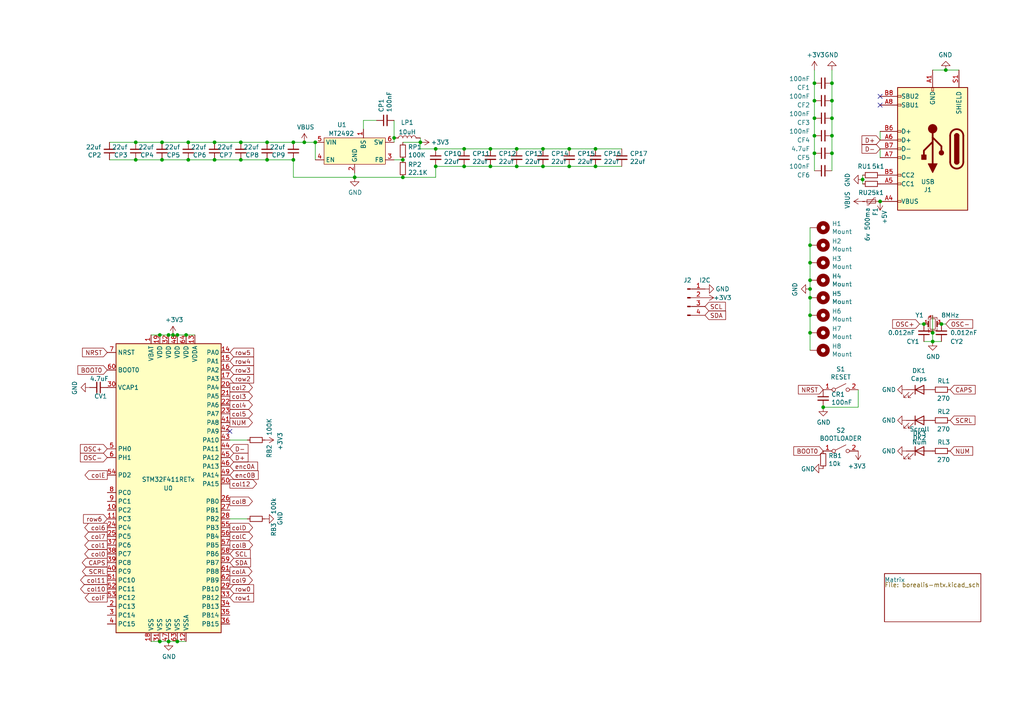
<source format=kicad_sch>
(kicad_sch (version 20211123) (generator eeschema)
  (paper "A4")
  (lib_symbols
    (symbol "Connector:Conn_01x04_Male" (pin_names (offset 1.016) hide)
      (property "Reference" "J" (at 0 5.08 0))
      (property "Value" "Conn_01x04_Male" (at 0 -7.62 0))
      (symbol "Conn_01x04_Male_1_1"
        (polyline (pts (xy 1.27 -5.08) (xy 0.8636 -5.08)) (stroke (width 0.1524)))
        (polyline (pts (xy 1.27 -2.54) (xy 0.8636 -2.54)) (stroke (width 0.1524)))
        (polyline (pts (xy 1.27 0) (xy 0.8636 0)) (stroke (width 0.1524)))
        (polyline (pts (xy 1.27 2.54) (xy 0.8636 2.54)) (stroke (width 0.1524)))
        (rectangle (start 0.8636 -4.953) (end 0 -5.207) (stroke (width 0.1524)) (fill (type outline)))
        (rectangle (start 0.8636 -2.413) (end 0 -2.667) (stroke (width 0.1524)) (fill (type outline)))
        (rectangle (start 0.8636 0.127) (end 0 -0.127) (stroke (width 0.1524)) (fill (type outline)))
        (rectangle (start 0.8636 2.667) (end 0 2.413) (stroke (width 0.1524)) (fill (type outline)))
        (pin passive line (at 5.08 2.54 180) (length 3.81) (name "Pin_1") (number "1"))
        (pin passive line (at 5.08 0 180) (length 3.81) (name "Pin_2") (number "2"))
        (pin passive line (at 5.08 -2.54 180) (length 3.81) (name "Pin_3") (number "3"))
        (pin passive line (at 5.08 -5.08 180) (length 3.81) (name "Pin_4") (number "4"))
      )
    )
    (symbol "Device:C_Small" (pin_numbers hide) (pin_names (offset 0.254) hide)
      (property "Reference" "C" (at 0.254 1.778 0))
      (property "Value" "Device_C_Small" (at 0.254 -2.032 0))
      (symbol "C_Small_0_1"
        (polyline (pts (xy -1.524 -0.508) (xy 1.524 -0.508)) (stroke (width 0.3302)))
        (polyline (pts (xy -1.524 0.508) (xy 1.524 0.508)) (stroke (width 0.3048)))
      )
      (symbol "C_Small_1_1"
        (pin passive line (at 0 2.54 270) (length 2.032) (name "~") (number "1"))
        (pin passive line (at 0 -2.54 90) (length 2.032) (name "~") (number "2"))
      )
    )
    (symbol "Device:Crystal_GND24_Small" (pin_names (offset 1.016) hide)
      (property "Reference" "Y" (at 1.27 4.445 0))
      (property "Value" "Crystal_GND24_Small" (at 1.27 2.54 0))
      (symbol "Crystal_GND24_Small_0_1"
        (rectangle (start -0.762 -1.524) (end 0.762 1.524))
        (polyline (pts (xy -1.27 -0.762) (xy -1.27 0.762)) (stroke (width 0.381)))
        (polyline (pts (xy 1.27 -0.762) (xy 1.27 0.762)) (stroke (width 0.381)))
        (polyline (pts (xy -1.27 -1.27) (xy -1.27 -1.905) (xy 1.27 -1.905) (xy 1.27 -1.27)))
        (polyline (pts (xy -1.27 1.27) (xy -1.27 1.905) (xy 1.27 1.905) (xy 1.27 1.27)))
      )
      (symbol "Crystal_GND24_Small_1_1"
        (pin passive line (at -2.54 0 0) (length 1.27) (name "1") (number "1"))
        (pin passive line (at 0 -2.54 90) (length 0.635) (name "2") (number "2"))
        (pin passive line (at 2.54 0 180) (length 1.27) (name "3") (number "3"))
        (pin passive line (at 0 2.54 270) (length 0.635) (name "4") (number "4"))
      )
    )
    (symbol "Device:L" (pin_numbers hide) (pin_names (offset 1.016) hide)
      (property "Reference" "L" (at -1.27 0 90))
      (property "Value" "L" (at 1.905 0 90))
      (symbol "L_0_1"
        (arc (start 0 -2.54) (mid 0.635 -1.905) (end 0 -1.27))
        (arc (start 0 -1.27) (mid 0.635 -0.635) (end 0 0))
        (arc (start 0 0) (mid 0.635 0.635) (end 0 1.27))
        (arc (start 0 1.27) (mid 0.635 1.905) (end 0 2.54))
      )
      (symbol "L_1_1"
        (pin passive line (at 0 3.81 270) (length 1.27) (name "1") (number "1"))
        (pin passive line (at 0 -3.81 90) (length 1.27) (name "2") (number "2"))
      )
    )
    (symbol "Device:LED" (pin_numbers hide) (pin_names (offset 1.016) hide)
      (property "Reference" "D" (at 0 2.54 0))
      (property "Value" "Device_LED" (at 0 -2.54 0))
      (symbol "LED_0_1"
        (polyline (pts (xy -1.27 -1.27) (xy -1.27 1.27)) (stroke (width 0.254)))
        (polyline (pts (xy -1.27 0) (xy 1.27 0)))
        (polyline (pts (xy 1.27 -1.27) (xy 1.27 1.27) (xy -1.27 0) (xy 1.27 -1.27)) (stroke (width 0.254)))
        (polyline (pts (xy -3.048 -0.762) (xy -4.572 -2.286) (xy -3.81 -2.286) (xy -4.572 -2.286) (xy -4.572 -1.524)))
        (polyline (pts (xy -1.778 -0.762) (xy -3.302 -2.286) (xy -2.54 -2.286) (xy -3.302 -2.286) (xy -3.302 -1.524)))
      )
      (symbol "LED_1_1"
        (pin passive line (at -3.81 0 0) (length 2.54) (name "K") (number "1"))
        (pin passive line (at 3.81 0 180) (length 2.54) (name "A") (number "2"))
      )
    )
    (symbol "Device:Polyfuse_Small" (pin_numbers hide) (pin_names (offset 0))
      (property "Reference" "F" (at -1.905 0 90))
      (property "Value" "Device_Polyfuse_Small" (at 1.905 0 90))
      (symbol "Polyfuse_Small_0_1"
        (rectangle (start -0.508 1.27) (end 0.508 -1.27))
        (polyline (pts (xy 0 2.54) (xy 0 -2.54)))
        (polyline (pts (xy -1.016 1.27) (xy -1.016 0.762) (xy 1.016 -0.762) (xy 1.016 -1.27)))
      )
      (symbol "Polyfuse_Small_1_1"
        (pin passive line (at 0 2.54 270) (length 0.635) (name "~") (number "1"))
        (pin passive line (at 0 -2.54 90) (length 0.635) (name "~") (number "2"))
      )
    )
    (symbol "Device:R_Small" (pin_numbers hide) (pin_names (offset 0.254) hide)
      (property "Reference" "R" (at 0.762 0.508 0))
      (property "Value" "Device_R_Small" (at 0.762 -1.016 0))
      (symbol "R_Small_0_1"
        (rectangle (start -0.762 1.778) (end 0.762 -1.778) (stroke (width 0.2032)))
      )
      (symbol "R_Small_1_1"
        (pin passive line (at 0 2.54 270) (length 0.762) (name "~") (number "1"))
        (pin passive line (at 0 -2.54 90) (length 0.762) (name "~") (number "2"))
      )
    )
    (symbol "EDI:MT2492"
      (property "Reference" "U" (at 7.62 6.35 0))
      (property "Value" "MT2492" (at -6.35 6.35 0))
      (symbol "MT2492_0_1"
        (rectangle (start -8.89 3.81) (end 8.89 -3.81) (fill (type background)))
      )
      (symbol "MT2492_1_1"
        (pin input line (at 2.54 6.35 270) (length 2.54) (name "BS") (number "1"))
        (pin input line (at 0 -6.35 90) (length 2.54) (name "GND") (number "2"))
        (pin input line (at 11.43 -2.54 180) (length 2.54) (name "FB") (number "3"))
        (pin input line (at -11.43 -2.54 0) (length 2.54) (name "EN") (number "4"))
        (pin input line (at -11.43 2.54 0) (length 2.54) (name "VIN") (number "5"))
        (pin input line (at 11.43 2.54 180) (length 2.54) (name "SW") (number "6"))
      )
    )
    (symbol "HL-Mk3-rescue:USB_C_Receptacle_USB2.0-Connector-HL-Mk2-rescue" (pin_names (offset 1.016))
      (property "Reference" "J" (at -10.16 19.05 0))
      (property "Value" "USB_C_Receptacle_USB2.0-Connector-HL-Mk2-rescue" (at 19.05 19.05 0))
      (symbol "USB_C_Receptacle_USB2.0-Connector-HL-Mk2-rescue_0_0"
        (rectangle (start -0.254 -17.78) (end 0.254 -16.764))
        (rectangle (start 10.16 -14.986) (end 9.144 -15.494))
        (rectangle (start 10.16 -12.446) (end 9.144 -12.954))
        (rectangle (start 10.16 -4.826) (end 9.144 -5.334))
        (rectangle (start 10.16 -2.286) (end 9.144 -2.794))
        (rectangle (start 10.16 0.254) (end 9.144 -0.254))
        (rectangle (start 10.16 2.794) (end 9.144 2.286))
        (rectangle (start 10.16 7.874) (end 9.144 7.366))
        (rectangle (start 10.16 10.414) (end 9.144 9.906))
        (rectangle (start 10.16 15.494) (end 9.144 14.986))
      )
      (symbol "USB_C_Receptacle_USB2.0-Connector-HL-Mk2-rescue_0_1"
        (rectangle (start -10.16 17.78) (end 10.16 -17.78) (stroke (width 0.254)) (fill (type background)))
        (arc (start -8.89 -3.81) (mid -6.985 -5.715) (end -5.08 -3.81) (stroke (width 0.508)))
        (arc (start -7.62 -3.81) (mid -6.985 -4.445) (end -6.35 -3.81) (stroke (width 0.254)))
        (arc (start -7.62 -3.81) (mid -6.985 -4.445) (end -6.35 -3.81) (stroke (width 0.254)) (fill (type outline)))
        (rectangle (start -7.62 -3.81) (end -6.35 3.81) (stroke (width 0.254)) (fill (type outline)))
        (arc (start -6.35 3.81) (mid -6.985 4.445) (end -7.62 3.81) (stroke (width 0.254)))
        (arc (start -6.35 3.81) (mid -6.985 4.445) (end -7.62 3.81) (stroke (width 0.254)) (fill (type outline)))
        (arc (start -5.08 3.81) (mid -6.985 5.715) (end -8.89 3.81) (stroke (width 0.508)))
        (circle (center -2.54 1.143) (radius 0.635) (stroke (width 0.254)) (fill (type outline)))
        (circle (center 0 -5.842) (radius 1.27) (fill (type outline)))
        (polyline (pts (xy -8.89 -3.81) (xy -8.89 3.81)) (stroke (width 0.508)))
        (polyline (pts (xy -5.08 3.81) (xy -5.08 -3.81)) (stroke (width 0.508)))
        (polyline (pts (xy 0 -5.842) (xy 0 4.318)) (stroke (width 0.508)))
        (polyline (pts (xy 0 -3.302) (xy -2.54 -0.762) (xy -2.54 0.508)) (stroke (width 0.508)))
        (polyline (pts (xy 0 -2.032) (xy 2.54 0.508) (xy 2.54 1.778)) (stroke (width 0.508)))
        (polyline (pts (xy -1.27 4.318) (xy 0 6.858) (xy 1.27 4.318) (xy -1.27 4.318)) (stroke (width 0.254)) (fill (type outline)))
        (rectangle (start 1.905 1.778) (end 3.175 3.048) (stroke (width 0.254)) (fill (type outline)))
      )
      (symbol "USB_C_Receptacle_USB2.0-Connector-HL-Mk2-rescue_1_1"
        (pin power_in line (at 0 -22.86 90) (length 5.08) (name "GND") (number "A1"))
        (pin passive line (at 0 -22.86 90) (length 5.08) hide (name "GND") (number "A12"))
        (pin power_in line (at 15.24 15.24 180) (length 5.08) (name "VBUS") (number "A4"))
        (pin bidirectional line (at 15.24 10.16 180) (length 5.08) (name "CC1") (number "A5"))
        (pin bidirectional line (at 15.24 -2.54 180) (length 5.08) (name "D+") (number "A6"))
        (pin bidirectional line (at 15.24 2.54 180) (length 5.08) (name "D-") (number "A7"))
        (pin bidirectional line (at 15.24 -12.7 180) (length 5.08) (name "SBU1") (number "A8"))
        (pin passive line (at 15.24 15.24 180) (length 5.08) hide (name "VBUS") (number "A9"))
        (pin passive line (at 0 -22.86 90) (length 5.08) hide (name "GND") (number "B1"))
        (pin passive line (at 0 -22.86 90) (length 5.08) hide (name "GND") (number "B12"))
        (pin passive line (at 15.24 15.24 180) (length 5.08) hide (name "VBUS") (number "B4"))
        (pin bidirectional line (at 15.24 7.62 180) (length 5.08) (name "CC2") (number "B5"))
        (pin bidirectional line (at 15.24 -5.08 180) (length 5.08) (name "D+") (number "B6"))
        (pin bidirectional line (at 15.24 0 180) (length 5.08) (name "D-") (number "B7"))
        (pin bidirectional line (at 15.24 -15.24 180) (length 5.08) (name "SBU2") (number "B8"))
        (pin passive line (at 15.24 15.24 180) (length 5.08) hide (name "VBUS") (number "B9"))
        (pin passive line (at -7.62 -22.86 90) (length 5.08) (name "SHIELD") (number "S1"))
      )
    )
    (symbol "MCU_ST_STM32F4:STM32F411RETx"
      (property "Reference" "U" (at -15.24 41.91 0))
      (property "Value" "STM32F411RETx" (at 10.16 41.91 0))
      (symbol "STM32F411RETx_0_1"
        (rectangle (start -15.24 -43.18) (end 15.24 40.64) (stroke (width 0.254)) (fill (type background)))
      )
      (symbol "STM32F411RETx_1_1"
        (pin power_in line (at -5.08 43.18 270) (length 2.54) (name "VBAT") (number "1"))
        (pin bidirectional line (at -17.78 -7.62 0) (length 2.54) (name "PC2") (number "10"))
        (pin bidirectional line (at -17.78 -10.16 0) (length 2.54) (name "PC3") (number "11"))
        (pin power_in line (at 5.08 -45.72 90) (length 2.54) (name "VSSA") (number "12"))
        (pin power_in line (at 7.62 43.18 270) (length 2.54) (name "VDDA") (number "13"))
        (pin bidirectional line (at 17.78 38.1 180) (length 2.54) (name "PA0") (number "14"))
        (pin bidirectional line (at 17.78 35.56 180) (length 2.54) (name "PA1") (number "15"))
        (pin bidirectional line (at 17.78 33.02 180) (length 2.54) (name "PA2") (number "16"))
        (pin bidirectional line (at 17.78 30.48 180) (length 2.54) (name "PA3") (number "17"))
        (pin power_in line (at -5.08 -45.72 90) (length 2.54) (name "VSS") (number "18"))
        (pin power_in line (at -2.54 43.18 270) (length 2.54) (name "VDD") (number "19"))
        (pin bidirectional line (at -17.78 -35.56 0) (length 2.54) (name "PC13") (number "2"))
        (pin bidirectional line (at 17.78 27.94 180) (length 2.54) (name "PA4") (number "20"))
        (pin bidirectional line (at 17.78 25.4 180) (length 2.54) (name "PA5") (number "21"))
        (pin bidirectional line (at 17.78 22.86 180) (length 2.54) (name "PA6") (number "22"))
        (pin bidirectional line (at 17.78 20.32 180) (length 2.54) (name "PA7") (number "23"))
        (pin bidirectional line (at -17.78 -12.7 0) (length 2.54) (name "PC4") (number "24"))
        (pin bidirectional line (at -17.78 -15.24 0) (length 2.54) (name "PC5") (number "25"))
        (pin bidirectional line (at 17.78 -5.08 180) (length 2.54) (name "PB0") (number "26"))
        (pin bidirectional line (at 17.78 -7.62 180) (length 2.54) (name "PB1") (number "27"))
        (pin bidirectional line (at 17.78 -10.16 180) (length 2.54) (name "PB2") (number "28"))
        (pin bidirectional line (at 17.78 -30.48 180) (length 2.54) (name "PB10") (number "29"))
        (pin bidirectional line (at -17.78 -38.1 0) (length 2.54) (name "PC14") (number "3"))
        (pin power_in line (at -17.78 27.94 0) (length 2.54) (name "VCAP1") (number "30"))
        (pin power_in line (at -2.54 -45.72 90) (length 2.54) (name "VSS") (number "31"))
        (pin power_in line (at 0 43.18 270) (length 2.54) (name "VDD") (number "32"))
        (pin bidirectional line (at 17.78 -33.02 180) (length 2.54) (name "PB12") (number "33"))
        (pin bidirectional line (at 17.78 -35.56 180) (length 2.54) (name "PB13") (number "34"))
        (pin bidirectional line (at 17.78 -38.1 180) (length 2.54) (name "PB14") (number "35"))
        (pin bidirectional line (at 17.78 -40.64 180) (length 2.54) (name "PB15") (number "36"))
        (pin bidirectional line (at -17.78 -17.78 0) (length 2.54) (name "PC6") (number "37"))
        (pin bidirectional line (at -17.78 -20.32 0) (length 2.54) (name "PC7") (number "38"))
        (pin bidirectional line (at -17.78 -22.86 0) (length 2.54) (name "PC8") (number "39"))
        (pin bidirectional line (at -17.78 -40.64 0) (length 2.54) (name "PC15") (number "4"))
        (pin bidirectional line (at -17.78 -25.4 0) (length 2.54) (name "PC9") (number "40"))
        (pin bidirectional line (at 17.78 17.78 180) (length 2.54) (name "PA8") (number "41"))
        (pin bidirectional line (at 17.78 15.24 180) (length 2.54) (name "PA9") (number "42"))
        (pin bidirectional line (at 17.78 12.7 180) (length 2.54) (name "PA10") (number "43"))
        (pin bidirectional line (at 17.78 10.16 180) (length 2.54) (name "PA11") (number "44"))
        (pin bidirectional line (at 17.78 7.62 180) (length 2.54) (name "PA12") (number "45"))
        (pin bidirectional line (at 17.78 5.08 180) (length 2.54) (name "PA13") (number "46"))
        (pin power_in line (at 0 -45.72 90) (length 2.54) (name "VSS") (number "47"))
        (pin power_in line (at 2.54 43.18 270) (length 2.54) (name "VDD") (number "48"))
        (pin bidirectional line (at 17.78 2.54 180) (length 2.54) (name "PA14") (number "49"))
        (pin input line (at -17.78 10.16 0) (length 2.54) (name "PH0") (number "5"))
        (pin bidirectional line (at 17.78 0 180) (length 2.54) (name "PA15") (number "50"))
        (pin bidirectional line (at -17.78 -27.94 0) (length 2.54) (name "PC10") (number "51"))
        (pin bidirectional line (at -17.78 -30.48 0) (length 2.54) (name "PC11") (number "52"))
        (pin bidirectional line (at -17.78 -33.02 0) (length 2.54) (name "PC12") (number "53"))
        (pin bidirectional line (at -17.78 2.54 0) (length 2.54) (name "PD2") (number "54"))
        (pin bidirectional line (at 17.78 -12.7 180) (length 2.54) (name "PB3") (number "55"))
        (pin bidirectional line (at 17.78 -15.24 180) (length 2.54) (name "PB4") (number "56"))
        (pin bidirectional line (at 17.78 -17.78 180) (length 2.54) (name "PB5") (number "57"))
        (pin bidirectional line (at 17.78 -20.32 180) (length 2.54) (name "PB6") (number "58"))
        (pin bidirectional line (at 17.78 -22.86 180) (length 2.54) (name "PB7") (number "59"))
        (pin input line (at -17.78 7.62 0) (length 2.54) (name "PH1") (number "6"))
        (pin input line (at -17.78 33.02 0) (length 2.54) (name "BOOT0") (number "60"))
        (pin bidirectional line (at 17.78 -25.4 180) (length 2.54) (name "PB8") (number "61"))
        (pin bidirectional line (at 17.78 -27.94 180) (length 2.54) (name "PB9") (number "62"))
        (pin power_in line (at 2.54 -45.72 90) (length 2.54) (name "VSS") (number "63"))
        (pin power_in line (at 5.08 43.18 270) (length 2.54) (name "VDD") (number "64"))
        (pin input line (at -17.78 38.1 0) (length 2.54) (name "NRST") (number "7"))
        (pin bidirectional line (at -17.78 -2.54 0) (length 2.54) (name "PC0") (number "8"))
        (pin bidirectional line (at -17.78 -5.08 0) (length 2.54) (name "PC1") (number "9"))
      )
    )
    (symbol "Mechanical:MountingHole_Pad" (pin_numbers hide) (pin_names (offset 1.016) hide)
      (property "Reference" "H" (at 0 6.35 0))
      (property "Value" "MountingHole_Pad" (at 0 4.445 0))
      (symbol "MountingHole_Pad_0_1"
        (circle (center 0 1.27) (radius 1.27) (stroke (width 1.27)))
      )
      (symbol "MountingHole_Pad_1_1"
        (pin input line (at 0 -2.54 90) (length 2.54) (name "1") (number "1"))
      )
    )
    (symbol "Switch:SW_SPST" (pin_names (offset 0) hide)
      (property "Reference" "SW" (at 0 3.175 0))
      (property "Value" "Switch_SW_SPST" (at 0 -2.54 0))
      (symbol "SW_SPST_0_0"
        (circle (center -2.032 0) (radius 0.508))
        (polyline (pts (xy -1.524 0.254) (xy 1.524 1.778)))
        (circle (center 2.032 0) (radius 0.508))
      )
      (symbol "SW_SPST_1_1"
        (pin passive line (at -5.08 0 0) (length 2.54) (name "A") (number "1"))
        (pin passive line (at 5.08 0 180) (length 2.54) (name "B") (number "2"))
      )
    )
    (symbol "power:+3V3" (power) (pin_names (offset 0))
      (property "Value" "power_+3V3" (at 0 3.556 0))
      (symbol "+3V3_0_1"
        (polyline (pts (xy -0.762 1.27) (xy 0 2.54)))
        (polyline (pts (xy 0 0) (xy 0 2.54)))
        (polyline (pts (xy 0 2.54) (xy 0.762 1.27)))
      )
      (symbol "+3V3_1_1"
        (pin power_in line (at 0 0 90) (length 0) hide (name "+3V3") (number "1"))
      )
    )
    (symbol "power:+5V" (power) (pin_names (offset 0))
      (property "Value" "power_+5V" (at 0 3.556 0))
      (symbol "+5V_0_1"
        (polyline (pts (xy -0.762 1.27) (xy 0 2.54)))
        (polyline (pts (xy 0 0) (xy 0 2.54)))
        (polyline (pts (xy 0 2.54) (xy 0.762 1.27)))
      )
      (symbol "+5V_1_1"
        (pin power_in line (at 0 0 90) (length 0) hide (name "+5V") (number "1"))
      )
    )
    (symbol "power:GND" (power) (pin_names (offset 0))
      (property "Value" "power_GND" (at 0 -3.81 0))
      (symbol "GND_0_1"
        (polyline (pts (xy 0 0) (xy 0 -1.27) (xy 1.27 -1.27) (xy 0 -2.54) (xy -1.27 -1.27) (xy 0 -1.27)))
      )
      (symbol "GND_1_1"
        (pin power_in line (at 0 0 270) (length 0) hide (name "GND") (number "1"))
      )
    )
    (symbol "power:VBUS" (power) (pin_names (offset 0))
      (property "Value" "power_VBUS" (at 0 3.81 0))
      (symbol "VBUS_0_1"
        (polyline (pts (xy -0.762 1.27) (xy 0 2.54)))
        (polyline (pts (xy 0 0) (xy 0 2.54)))
        (polyline (pts (xy 0 2.54) (xy 0.762 1.27)))
      )
      (symbol "VBUS_1_1"
        (pin power_in line (at 0 0 90) (length 0) hide (name "VBUS") (number "1"))
      )
    )
  )
  (junction (at 77.47 46.355))
  (junction (at 85.09 46.355))
  (junction (at 165.1 43.18))
  (junction (at 114.3 40.005))
  (junction (at 85.09 41.275))
  (junction (at 39.37 46.355))
  (junction (at 234.95 91.44))
  (junction (at 134.62 43.18))
  (junction (at 236.22 24.13))
  (junction (at 54.61 46.355))
  (junction (at 53.975 97.155))
  (junction (at 267.97 93.98))
  (junction (at 241.3 44.45))
  (junction (at 157.48 43.18))
  (junction (at 274.32 20.32))
  (junction (at 165.1 48.26))
  (junction (at 102.87 51.435))
  (junction (at 234.95 96.52))
  (junction (at 46.355 97.155))
  (junction (at 241.3 29.21))
  (junction (at 234.95 86.36))
  (junction (at 69.85 41.275))
  (junction (at 51.435 97.155))
  (junction (at 250.19 52.07))
  (junction (at 234.95 76.2))
  (junction (at 142.24 43.18))
  (junction (at 255.27 58.42))
  (junction (at 62.23 41.275))
  (junction (at 134.62 48.26))
  (junction (at 121.92 41.275))
  (junction (at 54.61 41.275))
  (junction (at 234.95 83.82))
  (junction (at 241.3 39.37))
  (junction (at 236.22 29.21))
  (junction (at 234.95 71.12))
  (junction (at 149.86 48.26))
  (junction (at 116.84 46.355))
  (junction (at 157.48 48.26))
  (junction (at 51.435 186.055))
  (junction (at 46.99 46.355))
  (junction (at 270.51 96.52))
  (junction (at 116.84 51.435))
  (junction (at 46.355 186.055))
  (junction (at 46.99 41.275))
  (junction (at 50.165 97.155))
  (junction (at 172.72 48.26))
  (junction (at 126.365 43.18))
  (junction (at 126.365 48.26))
  (junction (at 236.22 44.45))
  (junction (at 77.47 41.275))
  (junction (at 48.895 186.055))
  (junction (at 273.05 93.98))
  (junction (at 236.22 34.29))
  (junction (at 91.44 41.275))
  (junction (at 241.3 34.29))
  (junction (at 172.72 43.18))
  (junction (at 88.265 41.275))
  (junction (at 39.37 41.275))
  (junction (at 241.3 24.13))
  (junction (at 62.23 46.355))
  (junction (at 48.895 97.155))
  (junction (at 234.95 81.28))
  (junction (at 142.24 48.26))
  (junction (at 270.51 99.06))
  (junction (at 236.22 39.37))
  (junction (at 238.76 118.11))
  (junction (at 69.85 46.355))
  (junction (at 149.86 43.18))
  (no_connect (at 255.27 27.94))
  (no_connect (at 66.675 125.095))
  (no_connect (at 255.27 30.48))
  (wire (pts (xy 77.47 41.275) (xy 69.85 41.275)))
  (wire (pts (xy 126.365 48.26) (xy 126.365 51.435)))
  (wire (pts (xy 241.3 44.45) (xy 241.3 49.53)))
  (wire (pts (xy 85.09 41.275) (xy 77.47 41.275)))
  (wire (pts (xy 172.72 48.26) (xy 180.34 48.26)))
  (wire (pts (xy 114.3 46.355) (xy 116.84 46.355)))
  (wire (pts (xy 126.365 48.26) (xy 134.62 48.26)))
  (wire (pts (xy 236.22 39.37) (xy 236.22 44.45)))
  (wire (pts (xy 165.1 48.26) (xy 172.72 48.26)))
  (wire (pts (xy 149.86 48.26) (xy 157.48 48.26)))
  (wire (pts (xy 236.22 20.32) (xy 236.22 24.13)))
  (wire (pts (xy 149.86 43.18) (xy 157.48 43.18)))
  (wire (pts (xy 270.51 96.52) (xy 270.51 99.06)))
  (wire (pts (xy 50.165 97.155) (xy 48.895 97.155)))
  (wire (pts (xy 248.92 113.03) (xy 248.92 118.11)))
  (wire (pts (xy 142.24 48.26) (xy 149.86 48.26)))
  (wire (pts (xy 255.27 43.18) (xy 255.27 45.72)))
  (wire (pts (xy 85.09 51.435) (xy 102.87 51.435)))
  (wire (pts (xy 56.515 97.155) (xy 53.975 97.155)))
  (wire (pts (xy 53.975 97.155) (xy 51.435 97.155)))
  (wire (pts (xy 69.85 41.275) (xy 62.23 41.275)))
  (wire (pts (xy 157.48 48.26) (xy 165.1 48.26)))
  (wire (pts (xy 121.92 40.005) (xy 121.92 41.275)))
  (wire (pts (xy 53.975 186.055) (xy 51.435 186.055)))
  (wire (pts (xy 71.755 150.495) (xy 66.675 150.495)))
  (wire (pts (xy 46.355 97.155) (xy 43.815 97.155)))
  (wire (pts (xy 114.3 34.925) (xy 114.3 40.005)))
  (wire (pts (xy 51.435 97.155) (xy 50.165 97.155)))
  (wire (pts (xy 255.27 38.1) (xy 255.27 40.64)))
  (wire (pts (xy 241.3 44.45) (xy 241.3 39.37)))
  (wire (pts (xy 54.61 41.275) (xy 46.99 41.275)))
  (wire (pts (xy 85.09 41.275) (xy 88.265 41.275)))
  (wire (pts (xy 54.61 46.355) (xy 46.99 46.355)))
  (wire (pts (xy 234.95 91.44) (xy 234.95 96.52)))
  (wire (pts (xy 48.895 186.055) (xy 46.355 186.055)))
  (wire (pts (xy 236.22 34.29) (xy 236.22 39.37)))
  (wire (pts (xy 46.99 46.355) (xy 39.37 46.355)))
  (wire (pts (xy 234.95 86.36) (xy 234.95 91.44)))
  (wire (pts (xy 236.22 44.45) (xy 236.22 49.53)))
  (wire (pts (xy 39.37 46.355) (xy 31.75 46.355)))
  (wire (pts (xy 134.62 48.26) (xy 142.24 48.26)))
  (wire (pts (xy 236.22 29.21) (xy 236.22 34.29)))
  (wire (pts (xy 172.72 43.18) (xy 180.34 43.18)))
  (wire (pts (xy 71.755 127.635) (xy 66.675 127.635)))
  (wire (pts (xy 236.22 24.13) (xy 236.22 29.21)))
  (wire (pts (xy 62.23 41.275) (xy 54.61 41.275)))
  (wire (pts (xy 266.7 93.98) (xy 267.97 93.98)))
  (wire (pts (xy 270.51 99.06) (xy 273.05 99.06)))
  (wire (pts (xy 91.44 41.275) (xy 91.44 46.355)))
  (wire (pts (xy 62.23 46.355) (xy 54.61 46.355)))
  (wire (pts (xy 241.3 29.21) (xy 241.3 24.13)))
  (wire (pts (xy 46.99 41.275) (xy 39.37 41.275)))
  (wire (pts (xy 241.3 34.29) (xy 241.3 29.21)))
  (wire (pts (xy 69.85 46.355) (xy 62.23 46.355)))
  (wire (pts (xy 134.62 43.18) (xy 142.24 43.18)))
  (wire (pts (xy 46.355 186.055) (xy 43.815 186.055)))
  (wire (pts (xy 121.92 41.275) (xy 121.92 43.18)))
  (wire (pts (xy 102.87 51.435) (xy 102.87 50.165)))
  (wire (pts (xy 165.1 43.18) (xy 172.72 43.18)))
  (wire (pts (xy 77.47 46.355) (xy 69.85 46.355)))
  (wire (pts (xy 85.09 46.355) (xy 77.47 46.355)))
  (wire (pts (xy 274.32 20.32) (xy 270.51 20.32)))
  (wire (pts (xy 39.37 41.275) (xy 31.75 41.275)))
  (wire (pts (xy 234.95 76.2) (xy 234.95 81.28)))
  (wire (pts (xy 273.05 93.98) (xy 274.32 93.98)))
  (wire (pts (xy 48.895 97.155) (xy 46.355 97.155)))
  (wire (pts (xy 51.435 186.055) (xy 48.895 186.055)))
  (wire (pts (xy 105.41 34.925) (xy 109.22 34.925)))
  (wire (pts (xy 248.92 118.11) (xy 238.76 118.11)))
  (wire (pts (xy 241.3 34.29) (xy 241.3 39.37)))
  (wire (pts (xy 85.09 46.355) (xy 85.09 51.435)))
  (wire (pts (xy 234.95 83.82) (xy 234.95 86.36)))
  (wire (pts (xy 234.95 81.28) (xy 234.95 83.82)))
  (wire (pts (xy 267.97 99.06) (xy 270.51 99.06)))
  (wire (pts (xy 157.48 43.18) (xy 165.1 43.18)))
  (wire (pts (xy 234.95 66.04) (xy 234.95 71.12)))
  (wire (pts (xy 241.3 20.32) (xy 241.3 24.13)))
  (wire (pts (xy 250.19 52.07) (xy 250.19 53.34)))
  (wire (pts (xy 278.13 20.32) (xy 274.32 20.32)))
  (wire (pts (xy 116.84 51.435) (xy 126.365 51.435)))
  (wire (pts (xy 102.87 51.435) (xy 116.84 51.435)))
  (wire (pts (xy 116.84 41.275) (xy 121.92 41.275)))
  (wire (pts (xy 105.41 37.465) (xy 105.41 34.925)))
  (wire (pts (xy 142.24 43.18) (xy 149.86 43.18)))
  (wire (pts (xy 270.51 91.44) (xy 270.51 96.52)))
  (wire (pts (xy 121.92 43.18) (xy 126.365 43.18)))
  (wire (pts (xy 234.95 96.52) (xy 234.95 101.6)))
  (wire (pts (xy 250.19 50.8) (xy 250.19 52.07)))
  (wire (pts (xy 234.95 71.12) (xy 234.95 76.2)))
  (wire (pts (xy 88.265 41.275) (xy 91.44 41.275)))
  (wire (pts (xy 114.3 40.005) (xy 114.3 41.275)))
  (wire (pts (xy 126.365 43.18) (xy 134.62 43.18)))
  (global_label "col10" (shape output) (at 31.115 170.815 180) (property "Intersheet References" "${INTERSHEET_REFS}" (effects hide)))
  (global_label "row4" (shape input) (at 66.675 104.775 0) (property "Intersheet References" "${INTERSHEET_REFS}" (effects hide)))
  (global_label "col11" (shape output) (at 31.115 168.275 180) (property "Intersheet References" "${INTERSHEET_REFS}" (effects hide)))
  (global_label "SCRL" (shape output) (at 31.115 165.735 180) (property "Intersheet References" "${INTERSHEET_REFS}" (effects hide)))
  (global_label "col4" (shape output) (at 66.675 117.475 0) (property "Intersheet References" "${INTERSHEET_REFS}" (effects hide)))
  (global_label "col5" (shape output) (at 66.675 120.015 0) (property "Intersheet References" "${INTERSHEET_REFS}" (effects hide)))
  (global_label "row2" (shape input) (at 66.675 109.855 0) (property "Intersheet References" "${INTERSHEET_REFS}" (effects hide)))
  (global_label "col2" (shape output) (at 66.675 112.395 0) (property "Intersheet References" "${INTERSHEET_REFS}" (effects hide)))
  (global_label "SDA" (shape input) (at 204.47 91.44 0) (property "Intersheet References" "${INTERSHEET_REFS}" (effects hide)))
  (global_label "CAPS" (shape input) (at 275.59 113.03 0) (property "Intersheet References" "${INTERSHEET_REFS}" (effects hide)))
  (global_label "col7" (shape output) (at 31.115 155.575 180) (property "Intersheet References" "${INTERSHEET_REFS}" (effects hide)))
  (global_label "D-" (shape input) (at 66.675 130.175 0) (property "Intersheet References" "${INTERSHEET_REFS}" (effects hide)))
  (global_label "colA" (shape output) (at 66.675 165.735 0) (property "Intersheet References" "${INTERSHEET_REFS}" (effects hide)))
  (global_label "NRST" (shape input) (at 31.115 102.235 180) (property "Intersheet References" "${INTERSHEET_REFS}" (effects hide)))
  (global_label "row3" (shape input) (at 66.675 107.315 0) (property "Intersheet References" "${INTERSHEET_REFS}" (effects hide)))
  (global_label "D+" (shape input) (at 66.675 132.715 0) (property "Intersheet References" "${INTERSHEET_REFS}" (effects hide)))
  (global_label "col9" (shape output) (at 66.675 168.275 0) (property "Intersheet References" "${INTERSHEET_REFS}" (effects hide)))
  (global_label "OSC-" (shape input) (at 274.32 93.98 0) (property "Intersheet References" "${INTERSHEET_REFS}" (effects hide)))
  (global_label "OSC-" (shape input) (at 31.115 132.715 180) (property "Intersheet References" "${INTERSHEET_REFS}" (effects hide)))
  (global_label "enc0B" (shape input) (at 66.675 137.795 0) (property "Intersheet References" "${INTERSHEET_REFS}" (effects hide)))
  (global_label "col8" (shape output) (at 66.675 145.415 0) (property "Intersheet References" "${INTERSHEET_REFS}" (effects hide)))
  (global_label "colB" (shape output) (at 66.675 158.115 0) (property "Intersheet References" "${INTERSHEET_REFS}" (effects hide)))
  (global_label "row5" (shape input) (at 66.675 102.235 0) (property "Intersheet References" "${INTERSHEET_REFS}" (effects hide)))
  (global_label "OSC+" (shape input) (at 31.115 130.175 180) (property "Intersheet References" "${INTERSHEET_REFS}" (effects hide)))
  (global_label "NUM" (shape input) (at 275.59 130.81 0) (property "Intersheet References" "${INTERSHEET_REFS}" (effects hide)))
  (global_label "CAPS" (shape output) (at 31.115 163.195 180) (property "Intersheet References" "${INTERSHEET_REFS}" (effects hide)))
  (global_label "BOOT0" (shape input) (at 31.115 107.315 180) (property "Intersheet References" "${INTERSHEET_REFS}" (effects hide)))
  (global_label "col1" (shape output) (at 31.115 158.115 180) (property "Intersheet References" "${INTERSHEET_REFS}" (effects hide)))
  (global_label "NUM" (shape output) (at 66.675 122.555 0) (property "Intersheet References" "${INTERSHEET_REFS}" (effects hide)))
  (global_label "SCL" (shape input) (at 204.47 88.9 0) (property "Intersheet References" "${INTERSHEET_REFS}" (effects hide)))
  (global_label "col0" (shape output) (at 31.115 160.655 180) (property "Intersheet References" "${INTERSHEET_REFS}" (effects hide)))
  (global_label "colC" (shape output) (at 66.675 155.575 0) (property "Intersheet References" "${INTERSHEET_REFS}" (effects hide)))
  (global_label "D+" (shape input) (at 255.27 40.64 180) (property "Intersheet References" "${INTERSHEET_REFS}" (effects hide)))
  (global_label "colD" (shape output) (at 66.675 153.035 0) (property "Intersheet References" "${INTERSHEET_REFS}" (effects hide)))
  (global_label "OSC+" (shape input) (at 266.7 93.98 180) (property "Intersheet References" "${INTERSHEET_REFS}" (effects hide)))
  (global_label "D-" (shape input) (at 255.27 43.18 180) (property "Intersheet References" "${INTERSHEET_REFS}" (effects hide)))
  (global_label "SDA" (shape input) (at 66.675 163.195 0) (property "Intersheet References" "${INTERSHEET_REFS}" (effects hide)))
  (global_label "BOOT0" (shape input) (at 238.76 130.81 180) (property "Intersheet References" "${INTERSHEET_REFS}" (effects hide)))
  (global_label "col12" (shape output) (at 66.675 140.335 0) (property "Intersheet References" "${INTERSHEET_REFS}" (effects hide)))
  (global_label "row1" (shape input) (at 66.675 173.355 0) (property "Intersheet References" "${INTERSHEET_REFS}" (effects hide)))
  (global_label "SCL" (shape input) (at 66.675 160.655 0) (property "Intersheet References" "${INTERSHEET_REFS}" (effects hide)))
  (global_label "enc0A" (shape input) (at 66.675 135.255 0) (property "Intersheet References" "${INTERSHEET_REFS}" (effects hide)))
  (global_label "col6" (shape output) (at 31.115 153.035 180) (property "Intersheet References" "${INTERSHEET_REFS}" (effects hide)))
  (global_label "NRST" (shape input) (at 238.76 113.03 180) (property "Intersheet References" "${INTERSHEET_REFS}" (effects hide)))
  (global_label "colE" (shape output) (at 31.115 137.795 180) (property "Intersheet References" "${INTERSHEET_REFS}" (effects hide)))
  (global_label "row6" (shape input) (at 31.115 150.495 180) (property "Intersheet References" "${INTERSHEET_REFS}" (effects hide)))
  (global_label "row0" (shape input) (at 66.675 170.815 0) (property "Intersheet References" "${INTERSHEET_REFS}" (effects hide)))
  (global_label "col3" (shape output) (at 66.675 114.935 0) (property "Intersheet References" "${INTERSHEET_REFS}" (effects hide)))
  (global_label "colF" (shape output) (at 31.115 173.355 180) (property "Intersheet References" "${INTERSHEET_REFS}" (effects hide)))
  (global_label "SCRL" (shape input) (at 275.59 121.92 0) (property "Intersheet References" "${INTERSHEET_REFS}" (effects hide)))
  (symbol (lib_id "Device:Crystal_GND24_Small") (at 270.51 93.98 0) (unit 1)
    (property "Reference" "Y1" (at 266.7 91.44 0))
    (property "Value" "8MHz" (at 275.59 91.44 0))
    (property "Footprint" "Crystal:Crystal_SMD_3225-4Pin_3.2x2.5mm" (effects hide))
    (property "LCSC" "C479192" (effects hide))
  )
  (symbol (lib_id "power:+5V") (at 255.27 58.42 180) (unit 1)
    (property "Reference" "#PWR014" (effects hide))
    (property "Value" "+5V" (at 256.54 60.96 90) (effects (justify left)))
  )
  (symbol (lib_id "power:GND") (at 238.76 118.11 0) (unit 1)
    (property "Reference" "#PWR023" (effects hide))
    (property "Value" "GND" (at 238.887 122.5042 0))
  )
  (symbol (lib_id "Device:C_Small") (at 172.72 45.72 0) (unit 1)
    (property "Reference" "CP16" (at 175.0568 44.5516 0) (effects (justify left)))
    (property "Value" "22uf" (at 175.0568 46.863 0) (effects (justify left)))
    (property "Footprint" "EDI:Passive_0402_1005Metric" (effects hide))
    (property "LCSC" "C415703" (effects hide))
  )
  (symbol (lib_id "Device:C_Small") (at 46.99 43.815 180) (unit 1)
    (property "Reference" "CP4" (at 44.6532 44.9834 0) (effects (justify left)))
    (property "Value" "22uf" (at 44.6532 42.672 0) (effects (justify left)))
    (property "Footprint" "EDI:Passive_0402_1005Metric" (effects hide))
    (property "LCSC" "C415703" (effects hide))
  )
  (symbol (lib_id "power:GND") (at 274.32 20.32 180) (unit 1)
    (property "Reference" "#PWR09" (effects hide))
    (property "Value" "GND" (at 274.193 15.9258 0))
  )
  (symbol (lib_id "power:GND") (at 102.87 51.435 0) (unit 1)
    (property "Reference" "#PWR04" (effects hide))
    (property "Value" "GND" (at 102.997 55.8292 0))
  )
  (symbol (lib_id "power:GND") (at 262.89 113.03 270) (unit 1)
    (property "Reference" "#PWR019" (effects hide))
    (property "Value" "GND" (at 257.81 113.03 90))
  )
  (symbol (lib_id "EDI:MT2492") (at 102.87 43.815 0) (unit 1)
    (property "Reference" "U1" (at 97.79 36.195 0) (effects (justify left)))
    (property "Value" "MT2492" (at 95.25 38.735 0) (effects (justify left)))
    (property "Footprint" "Package_TO_SOT_SMD:SOT-23-6" (effects hide))
    (property "LCSC" "C89358" (effects hide))
  )
  (symbol (lib_id "Device:C_Small") (at 126.365 45.72 0) (unit 1)
    (property "Reference" "CP10" (at 128.7018 44.5516 0) (effects (justify left)))
    (property "Value" "22uf" (at 128.7018 46.863 0) (effects (justify left)))
    (property "Footprint" "EDI:Passive_0402_1005Metric" (effects hide))
    (property "LCSC" "C415703" (effects hide))
  )
  (symbol (lib_id "Device:C_Small") (at 39.37 43.815 180) (unit 1)
    (property "Reference" "CP3" (at 37.0332 44.9834 0) (effects (justify left)))
    (property "Value" "22uf" (at 37.0332 42.672 0) (effects (justify left)))
    (property "Footprint" "EDI:Passive_0402_1005Metric" (effects hide))
    (property "LCSC" "C415703" (effects hide))
  )
  (symbol (lib_id "power:GND") (at 262.89 130.81 270) (unit 1)
    (property "Reference" "#PWR021" (effects hide))
    (property "Value" "GND" (at 257.81 130.81 90))
  )
  (symbol (lib_id "Device:R_Small") (at 273.05 130.81 90) (unit 1)
    (property "Reference" "RL3" (at 275.59 128.27 90) (effects (justify left)))
    (property "Value" "270" (at 275.59 133.35 90) (effects (justify left)))
    (property "Footprint" "EDI:Passive_0402_1005Metric" (effects hide))
    (property "LCSC" "C25099" (effects hide))
  )
  (symbol (lib_id "Device:R_Small") (at 74.295 127.635 270) (unit 1)
    (property "Reference" "RB2" (at 78.105 128.905 0) (effects (justify left)))
    (property "Value" "100K" (at 78.105 121.285 0) (effects (justify left)))
    (property "Footprint" "EDI:Passive_0402_1005Metric" (effects hide))
    (property "LCSC" "C25086" (effects hide))
  )
  (symbol (lib_id "Device:C_Small") (at 85.09 43.815 180) (unit 1)
    (property "Reference" "CP9" (at 82.7532 44.9834 0) (effects (justify left)))
    (property "Value" "22uf" (at 82.7532 42.672 0) (effects (justify left)))
    (property "Footprint" "EDI:Passive_0402_1005Metric" (effects hide))
    (property "LCSC" "C415703" (effects hide))
  )
  (symbol (lib_id "Device:C_Small") (at 157.48 45.72 0) (unit 1)
    (property "Reference" "CP14" (at 159.8168 44.5516 0) (effects (justify left)))
    (property "Value" "22uf" (at 159.8168 46.863 0) (effects (justify left)))
    (property "Footprint" "EDI:Passive_0402_1005Metric" (effects hide))
    (property "LCSC" "C415703" (effects hide))
  )
  (symbol (lib_id "Device:C_Small") (at 238.76 34.29 90) (unit 1)
    (property "Reference" "CF3" (at 234.95 35.56 90) (effects (justify left)))
    (property "Value" "100nF" (at 234.95 33.02 90) (effects (justify left)))
    (property "Footprint" "EDI:Passive_0402_1005Metric" (effects hide))
    (property "LCSC" "C1525" (effects hide))
  )
  (symbol (lib_id "power:GND") (at 241.3 20.32 180) (unit 1)
    (property "Reference" "#PWR07" (effects hide))
    (property "Value" "GND" (at 241.173 15.9258 0))
  )
  (symbol (lib_id "power:GND") (at 204.47 83.82 90) (unit 1)
    (property "Reference" "#PWR0107" (effects hide))
    (property "Value" "GND" (at 209.55 83.82 90))
  )
  (symbol (lib_id "Device:R_Small") (at 273.05 121.92 90) (unit 1)
    (property "Reference" "RL2" (at 275.59 119.38 90) (effects (justify left)))
    (property "Value" "270" (at 275.59 124.46 90) (effects (justify left)))
    (property "Footprint" "EDI:Passive_0402_1005Metric" (effects hide))
    (property "LCSC" "C25099" (effects hide))
  )
  (symbol (lib_id "Device:LED") (at 266.7 113.03 0) (unit 1)
    (property "Reference" "DK1" (at 266.5222 107.5182 0))
    (property "Value" "Caps" (at 266.5222 109.8296 0))
    (property "Footprint" "LED_THT:LED_D1.8mm_W3.3mm_H2.4mm" (effects hide))
    (property "LCSC" "C130725" (effects hide))
  )
  (symbol (lib_id "Device:C_Small") (at 238.76 29.21 90) (unit 1)
    (property "Reference" "CF2" (at 234.95 30.48 90) (effects (justify left)))
    (property "Value" "100nF" (at 234.95 27.94 90) (effects (justify left)))
    (property "Footprint" "EDI:Passive_0402_1005Metric" (effects hide))
    (property "LCSC" "C1525" (effects hide))
  )
  (symbol (lib_id "power:+3V3") (at 121.92 41.275 270) (unit 1)
    (property "Reference" "#PWR03" (effects hide))
    (property "Value" "+3V3" (at 127.635 41.275 90))
  )
  (symbol (lib_id "Device:C_Small") (at 54.61 43.815 180) (unit 1)
    (property "Reference" "CP5" (at 52.2732 44.9834 0) (effects (justify left)))
    (property "Value" "22uf" (at 52.2732 42.672 0) (effects (justify left)))
    (property "Footprint" "EDI:Passive_0402_1005Metric" (effects hide))
    (property "LCSC" "C415703" (effects hide))
  )
  (symbol (lib_id "Connector:Conn_01x04_Male") (at 199.39 86.36 0) (unit 1)
    (property "Reference" "J2" (at 199.39 81.28 0))
    (property "Value" "I2C" (at 204.47 81.28 0))
    (property "Footprint" "Connector_PinHeader_2.54mm:PinHeader_1x04_P2.54mm_Vertical" (effects hide))
  )
  (symbol (lib_id "power:GND") (at 250.19 52.07 270) (unit 1)
    (property "Reference" "#PWR012" (effects hide))
    (property "Value" "GND" (at 245.7958 52.197 0))
  )
  (symbol (lib_id "Device:C_Small") (at 238.76 39.37 90) (unit 1)
    (property "Reference" "CF4" (at 234.95 40.64 90) (effects (justify left)))
    (property "Value" "100nF" (at 234.95 38.1 90) (effects (justify left)))
    (property "Footprint" "EDI:Passive_0402_1005Metric" (effects hide))
    (property "LCSC" "C1525" (effects hide))
  )
  (symbol (lib_id "Device:R_Small") (at 116.84 48.895 0) (unit 1)
    (property "Reference" "RP2" (at 118.3386 47.7266 0) (effects (justify left)))
    (property "Value" "22.1K" (at 118.3386 50.038 0) (effects (justify left)))
    (property "Footprint" "EDI:Passive_0402_1005Metric" (effects hide))
    (property "LCSC" "C43473" (effects hide))
  )
  (symbol (lib_id "Device:R_Small") (at 252.73 50.8 90) (unit 1)
    (property "Reference" "RU1" (at 252.73 48.26 90) (effects (justify left)))
    (property "Value" "5k1" (at 256.54 48.26 90) (effects (justify left)))
    (property "Footprint" "EDI:Passive_0402_1005Metric" (effects hide))
    (property "LCSC" "C25905" (effects hide))
  )
  (symbol (lib_id "Device:C_Small") (at 238.76 44.45 90) (unit 1)
    (property "Reference" "CF5" (at 234.95 45.72 90) (effects (justify left)))
    (property "Value" "4.7uF" (at 234.95 43.18 90) (effects (justify left)))
    (property "Footprint" "EDI:Passive_0402_1005Metric" (effects hide))
    (property "LCSC" "C23733" (effects hide))
  )
  (symbol (lib_id "Device:R_Small") (at 252.73 53.34 270) (unit 1)
    (property "Reference" "RU2" (at 248.92 55.88 90) (effects (justify left)))
    (property "Value" "5k1" (at 252.73 55.88 90) (effects (justify left)))
    (property "Footprint" "EDI:Passive_0402_1005Metric" (effects hide))
    (property "LCSC" "C25905" (effects hide))
  )
  (symbol (lib_id "Device:LED") (at 266.7 121.92 0) (unit 1)
    (property "Reference" "DK2" (at 266.7 127 0))
    (property "Value" "Scroll" (at 266.7 124.46 0))
    (property "Footprint" "LED_THT:LED_D1.8mm_W3.3mm_H2.4mm" (effects hide))
    (property "LCSC" "C130725" (effects hide))
  )
  (symbol (lib_id "Device:C_Small") (at 111.76 34.925 90) (unit 1)
    (property "Reference" "CP1" (at 110.5916 32.5882 0) (effects (justify left)))
    (property "Value" "100nF" (at 112.903 32.5882 0) (effects (justify left)))
    (property "Footprint" "EDI:Passive_0402_1005Metric" (effects hide))
    (property "LCSC" "C1525" (effects hide))
  )
  (symbol (lib_id "Device:C_Small") (at 238.76 115.57 0) (unit 1)
    (property "Reference" "CR1" (at 241.0968 114.4016 0) (effects (justify left)))
    (property "Value" "100nF" (at 241.0968 116.713 0) (effects (justify left)))
    (property "Footprint" "EDI:Passive_0402_1005Metric" (effects hide))
    (property "LCSC" "C1525" (effects hide))
  )
  (symbol (lib_id "power:+3V3") (at 76.835 127.635 270) (unit 1)
    (property "Reference" "#PWR0101" (effects hide))
    (property "Value" "+3V3" (at 81.2292 128.016 0))
  )
  (symbol (lib_id "power:+3V3") (at 50.165 97.155 0) (unit 1)
    (property "Reference" "#PWR0102" (effects hide))
    (property "Value" "+3V3" (at 50.546 92.7608 0))
  )
  (symbol (lib_id "Device:R_Small") (at 238.76 133.35 0) (unit 1)
    (property "Reference" "RB1" (at 240.2586 132.1816 0) (effects (justify left)))
    (property "Value" "10k" (at 240.2586 134.493 0) (effects (justify left)))
    (property "Footprint" "EDI:Passive_0402_1005Metric" (effects hide))
    (property "LCSC" "C25744" (effects hide))
  )
  (symbol (lib_id "Device:C_Small") (at 134.62 45.72 0) (unit 1)
    (property "Reference" "CP11" (at 136.9568 44.5516 0) (effects (justify left)))
    (property "Value" "22uf" (at 136.9568 46.863 0) (effects (justify left)))
    (property "Footprint" "EDI:Passive_0402_1005Metric" (effects hide))
    (property "LCSC" "C415703" (effects hide))
  )
  (symbol (lib_id "Device:C_Small") (at 165.1 45.72 0) (unit 1)
    (property "Reference" "CP15" (at 167.4368 44.5516 0) (effects (justify left)))
    (property "Value" "22uf" (at 167.4368 46.863 0) (effects (justify left)))
    (property "Footprint" "EDI:Passive_0402_1005Metric" (effects hide))
    (property "LCSC" "C415703" (effects hide))
  )
  (symbol (lib_id "Device:C_Small") (at 238.76 49.53 90) (unit 1)
    (property "Reference" "CF6" (at 234.95 50.8 90) (effects (justify left)))
    (property "Value" "100nF" (at 234.95 48.26 90) (effects (justify left)))
    (property "Footprint" "EDI:Passive_0402_1005Metric" (effects hide))
    (property "LCSC" "C1525" (effects hide))
  )
  (symbol (lib_id "power:VBUS") (at 250.19 58.42 90) (unit 1)
    (property "Reference" "#PWR013" (effects hide))
    (property "Value" "VBUS" (at 245.7958 58.039 0))
  )
  (symbol (lib_id "power:GND") (at 262.89 121.92 270) (unit 1)
    (property "Reference" "#PWR0106" (effects hide))
    (property "Value" "GND" (at 257.81 121.92 90))
  )
  (symbol (lib_id "Mechanical:MountingHole_Pad") (at 237.49 66.04 270) (unit 1)
    (property "Reference" "H1" (at 241.3 64.8716 90) (effects (justify left)))
    (property "Value" "Mount" (at 241.3 67.183 90) (effects (justify left)))
    (property "Footprint" "EDI:SolderableHole-M2" (effects hide))
  )
  (symbol (lib_id "Device:C_Small") (at 149.86 45.72 0) (unit 1)
    (property "Reference" "CP13" (at 152.1968 44.5516 0) (effects (justify left)))
    (property "Value" "22uf" (at 152.1968 46.863 0) (effects (justify left)))
    (property "Footprint" "EDI:Passive_0402_1005Metric" (effects hide))
    (property "LCSC" "C415703" (effects hide))
  )
  (symbol (lib_id "Mechanical:MountingHole_Pad") (at 237.49 101.6 270) (unit 1)
    (property "Reference" "H8" (at 241.3 100.4316 90) (effects (justify left)))
    (property "Value" "Mount" (at 241.3 102.743 90) (effects (justify left)))
    (property "Footprint" "EDI:SolderableHole-M2" (effects hide))
  )
  (symbol (lib_id "Device:C_Small") (at 273.05 96.52 0) (unit 1)
    (property "Reference" "CY2" (at 275.59 99.06 0) (effects (justify left)))
    (property "Value" "0.012nF" (at 275.59 96.52 0) (effects (justify left)))
    (property "Footprint" "EDI:Passive_0402_1005Metric" (effects hide))
    (property "LCSC" "C1547" (effects hide))
  )
  (symbol (lib_id "Switch:SW_SPST") (at 243.84 130.81 0) (unit 1)
    (property "Reference" "S2" (at 243.84 124.841 0))
    (property "Value" "BOOTLOADER" (at 243.84 127.1524 0))
    (property "Footprint" "EDI:SW_EVPBB4A9B000" (effects hide))
    (property "LCSC" "C115351" (effects hide))
  )
  (symbol (lib_id "Device:C_Small") (at 77.47 43.815 180) (unit 1)
    (property "Reference" "CP8" (at 75.1332 44.9834 0) (effects (justify left)))
    (property "Value" "22uf" (at 75.1332 42.672 0) (effects (justify left)))
    (property "Footprint" "EDI:Passive_0402_1005Metric" (effects hide))
    (property "LCSC" "C415703" (effects hide))
  )
  (symbol (lib_id "Mechanical:MountingHole_Pad") (at 237.49 71.12 270) (unit 1)
    (property "Reference" "H2" (at 241.3 69.9516 90) (effects (justify left)))
    (property "Value" "Mount" (at 241.3 72.263 90) (effects (justify left)))
    (property "Footprint" "EDI:SolderableHole-M2" (effects hide))
  )
  (symbol (lib_id "Device:LED") (at 266.7 130.81 0) (unit 1)
    (property "Reference" "DK3" (at 266.7 125.73 0))
    (property "Value" "Num" (at 266.7 128.27 0))
    (property "Footprint" "LED_THT:LED_D1.8mm_W3.3mm_H2.4mm" (effects hide))
    (property "LCSC" "C130725" (effects hide))
  )
  (symbol (lib_id "Mechanical:MountingHole_Pad") (at 237.49 91.44 270) (unit 1)
    (property "Reference" "H6" (at 241.3 90.2716 90) (effects (justify left)))
    (property "Value" "Mount" (at 241.3 92.583 90) (effects (justify left)))
    (property "Footprint" "EDI:SolderableHole-M2" (effects hide))
  )
  (symbol (lib_id "power:GND") (at 234.95 83.82 270) (unit 1)
    (property "Reference" "#PWR022" (effects hide))
    (property "Value" "GND" (at 230.5558 83.947 0))
  )
  (symbol (lib_id "Device:C_Small") (at 142.24 45.72 0) (unit 1)
    (property "Reference" "CP12" (at 144.5768 44.5516 0) (effects (justify left)))
    (property "Value" "22uf" (at 144.5768 46.863 0) (effects (justify left)))
    (property "Footprint" "EDI:Passive_0402_1005Metric" (effects hide))
    (property "LCSC" "C415703" (effects hide))
  )
  (symbol (lib_id "Device:L") (at 118.11 40.005 90) (unit 1)
    (property "Reference" "LP1" (at 118.11 35.5305 90))
    (property "Value" "10uH" (at 118.11 38.3056 90))
    (property "Footprint" "Inductor_SMD:L_Wuerth_HCI-1040" (effects hide))
    (property "LCSC" "C44893" (effects hide))
  )
  (symbol (lib_id "power:GND") (at 26.035 112.395 270) (unit 1)
    (property "Reference" "#PWR0103" (effects hide))
    (property "Value" "GND" (at 21.6408 112.522 0))
  )
  (symbol (lib_id "MCU_ST_STM32F4:STM32F411RETx") (at 48.895 140.335 0) (unit 1)
    (property "Reference" "U0" (at 50.165 141.605 0) (effects (justify right)))
    (property "Value" "STM32F411RETx" (at 56.515 139.065 0) (effects (justify right)))
    (property "Footprint" "Package_QFP:LQFP-64_10x10mm_P0.5mm" (effects hide))
    (property "Datasheet" "http://www.st.com/st-web-ui/static/active/en/resource/technical/document/datasheet/DM00115249.pdf" (effects hide))
    (property "LCSC" "C94355" (effects hide))
  )
  (symbol (lib_id "Mechanical:MountingHole_Pad") (at 237.49 96.52 270) (unit 1)
    (property "Reference" "H7" (at 241.3 95.3516 90) (effects (justify left)))
    (property "Value" "Mount" (at 241.3 97.663 90) (effects (justify left)))
    (property "Footprint" "EDI:SolderableHole-M2" (effects hide))
  )
  (symbol (lib_id "power:+3V3") (at 236.22 20.32 0) (unit 1)
    (property "Reference" "#PWR08" (effects hide))
    (property "Value" "+3V3" (at 236.601 15.9258 0))
  )
  (symbol (lib_id "Device:C_Small") (at 267.97 96.52 180) (unit 1)
    (property "Reference" "CY1" (at 266.7 99.06 0) (effects (justify left)))
    (property "Value" "0.012nF" (at 265.43 96.52 0) (effects (justify left)))
    (property "Footprint" "EDI:Passive_0402_1005Metric" (effects hide))
    (property "LCSC" "C1547" (effects hide))
  )
  (symbol (lib_id "power:+3V3") (at 248.92 130.81 180) (unit 1)
    (property "Reference" "#PWR024" (effects hide))
    (property "Value" "+3V3" (at 248.539 135.2042 0))
  )
  (symbol (lib_id "Device:R_Small") (at 273.05 113.03 90) (unit 1)
    (property "Reference" "RL1" (at 275.59 110.49 90) (effects (justify left)))
    (property "Value" "270" (at 275.59 115.57 90) (effects (justify left)))
    (property "Footprint" "EDI:Passive_0402_1005Metric" (effects hide))
    (property "LCSC" "C25099" (effects hide))
  )
  (symbol (lib_id "power:GND") (at 238.76 135.89 270) (unit 1)
    (property "Reference" "#PWR025" (effects hide))
    (property "Value" "GND" (at 234.3658 136.017 90))
  )
  (symbol (lib_id "Mechanical:MountingHole_Pad") (at 237.49 81.28 270) (unit 1)
    (property "Reference" "H4" (at 241.3 80.1116 90) (effects (justify left)))
    (property "Value" "Mount" (at 241.3 82.423 90) (effects (justify left)))
    (property "Footprint" "EDI:SolderableHole-M2" (effects hide))
  )
  (symbol (lib_id "Device:C_Small") (at 180.34 45.72 0) (unit 1)
    (property "Reference" "CP17" (at 182.6768 44.5516 0) (effects (justify left)))
    (property "Value" "22uf" (at 182.6768 46.863 0) (effects (justify left)))
    (property "Footprint" "EDI:Passive_0402_1005Metric" (effects hide))
    (property "LCSC" "C415703" (effects hide))
  )
  (symbol (lib_id "Switch:SW_SPST") (at 243.84 113.03 0) (unit 1)
    (property "Reference" "S1" (at 243.84 107.061 0))
    (property "Value" "RESET" (at 243.84 109.3724 0))
    (property "Footprint" "EDI:SW_EVPBB4A9B000" (effects hide))
    (property "LCSC" "C115351" (effects hide))
  )
  (symbol (lib_id "Device:C_Small") (at 28.575 112.395 270) (unit 1)
    (property "Reference" "CV1" (at 27.305 114.935 90) (effects (justify left)))
    (property "Value" "4.7uF" (at 26.035 109.855 90) (effects (justify left)))
    (property "Footprint" "EDI:Passive_0402_1005Metric" (effects hide))
    (property "LCSC" "C23733" (effects hide))
  )
  (symbol (lib_id "Mechanical:MountingHole_Pad") (at 237.49 76.2 270) (unit 1)
    (property "Reference" "H3" (at 241.3 75.0316 90) (effects (justify left)))
    (property "Value" "Mount" (at 241.3 77.343 90) (effects (justify left)))
    (property "Footprint" "EDI:SolderableHole-M2" (effects hide))
  )
  (symbol (lib_id "Device:C_Small") (at 62.23 43.815 180) (unit 1)
    (property "Reference" "CP6" (at 59.8932 44.9834 0) (effects (justify left)))
    (property "Value" "22uf" (at 59.8932 42.672 0) (effects (justify left)))
    (property "Footprint" "EDI:Passive_0402_1005Metric" (effects hide))
    (property "LCSC" "C415703" (effects hide))
  )
  (symbol (lib_id "power:GND") (at 270.51 99.06 0) (unit 1)
    (property "Reference" "#PWR018" (effects hide))
    (property "Value" "GND" (at 270.637 103.4542 0))
  )
  (symbol (lib_id "Device:C_Small") (at 31.75 43.815 180) (unit 1)
    (property "Reference" "CP2" (at 29.4132 44.9834 0) (effects (justify left)))
    (property "Value" "22uf" (at 29.4132 42.672 0) (effects (justify left)))
    (property "Footprint" "EDI:Passive_0402_1005Metric" (effects hide))
    (property "LCSC" "C415703" (effects hide))
  )
  (symbol (lib_id "power:VBUS") (at 88.265 41.275 0) (unit 1)
    (property "Reference" "#PWR02" (effects hide))
    (property "Value" "VBUS" (at 88.646 36.8808 0))
  )
  (symbol (lib_id "Device:C_Small") (at 238.76 24.13 90) (unit 1)
    (property "Reference" "CF1" (at 234.95 25.4 90) (effects (justify left)))
    (property "Value" "100nF" (at 234.95 22.86 90) (effects (justify left)))
    (property "Footprint" "EDI:Passive_0402_1005Metric" (effects hide))
    (property "LCSC" "C1525" (effects hide))
  )
  (symbol (lib_id "Device:R_Small") (at 116.84 43.815 0) (unit 1)
    (property "Reference" "RP1" (at 118.3386 42.6466 0) (effects (justify left)))
    (property "Value" "100K" (at 118.3386 44.958 0) (effects (justify left)))
    (property "Footprint" "EDI:Passive_0402_1005Metric" (effects hide))
    (property "LCSC" "C25741" (effects hide))
  )
  (symbol (lib_id "Device:Polyfuse_Small") (at 252.73 58.42 270) (unit 1)
    (property "Reference" "F1" (at 253.8984 60.1472 0) (effects (justify left)))
    (property "Value" "6v 500ma" (at 251.587 60.1472 0) (effects (justify left)))
    (property "Footprint" "Fuse:Fuse_0603_1608Metric" (effects hide))
    (property "LCSC" "C207011" (effects hide))
  )
  (symbol (lib_id "Device:C_Small") (at 69.85 43.815 180) (unit 1)
    (property "Reference" "CP7" (at 67.5132 44.9834 0) (effects (justify left)))
    (property "Value" "22uf" (at 67.5132 42.672 0) (effects (justify left)))
    (property "Footprint" "EDI:Passive_0402_1005Metric" (effects hide))
    (property "LCSC" "C415703" (effects hide))
  )
  (symbol (lib_id "Device:R_Small") (at 74.295 150.495 90) (unit 1)
    (property "Reference" "RB3" (at 79.375 155.575 0) (effects (justify left)))
    (property "Value" "100k" (at 79.375 149.225 0) (effects (justify left)))
    (property "Footprint" "EDI:Passive_0402_1005Metric" (effects hide))
    (property "LCSC" "C25086" (effects hide))
  )
  (symbol (lib_id "HL-Mk3-rescue:USB_C_Receptacle_USB2.0-Connector-HL-Mk2-rescue") (at 270.51 43.18 180) (unit 1)
    (property "Reference" "J1" (at 269.113 55.0418 0))
    (property "Value" "USB" (at 269.113 52.7304 0))
    (property "Footprint" "Connector_USB:USB_C_Receptacle_HRO_TYPE-C-31-M-12" (effects hide))
    (property "LCSC" "C165948" (effects hide))
  )
  (symbol (lib_id "power:+3V3") (at 204.47 86.36 270) (unit 1)
    (property "Reference" "#PWR0108" (effects hide))
    (property "Value" "+3V3" (at 209.55 86.36 90))
  )
  (symbol (lib_id "power:GND") (at 76.835 150.495 90) (unit 1)
    (property "Reference" "#PWR0105" (effects hide))
    (property "Value" "GND" (at 81.2292 150.368 0))
  )
  (symbol (lib_id "power:GND") (at 48.895 186.055 0) (unit 1)
    (property "Reference" "#PWR0104" (effects hide))
    (property "Value" "GND" (at 49.022 190.4492 0))
  )
  (symbol (lib_id "Mechanical:MountingHole_Pad") (at 237.49 86.36 270) (unit 1)
    (property "Reference" "H5" (at 241.3 85.1916 90) (effects (justify left)))
    (property "Value" "Mount" (at 241.3 87.503 90) (effects (justify left)))
    (property "Footprint" "EDI:SolderableHole-M2" (effects hide))
  )
  (sheet (at 256.54 166.37) (size 27.94 13.97) (stroke (width 0.1524))
    (property "Sheet name" "Matrix" (at 256.54 168.91 0) (effects (justify left bottom)))
    (property "Sheet file" "borealis-mtx.kicad_sch" (at 256.54 168.91 0) (effects (justify left top)))
  )
)
</source>
